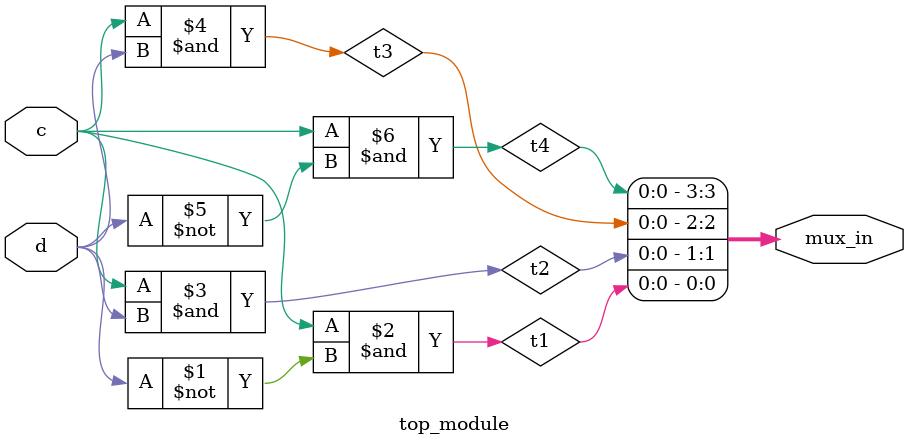
<source format=sv>
module top_module (
    input c,
    input d,
    output [3:0] mux_in
);

    wire t1, t2, t3, t4;

    // Implement the Karnaugh map using 2-to-1 multiplexers
    assign t1 = (c & ~d);
    assign t2 = (c & d);
    assign t3 = (c & d);
    assign t4 = (c & ~d);

    // Connect the 2-to-1 multiplexer outputs to the 4-to-1 multiplexer inputs
    assign mux_in[0] = t1;
    assign mux_in[1] = t2;
    assign mux_in[2] = t3;
    assign mux_in[3] = t4;

endmodule

</source>
